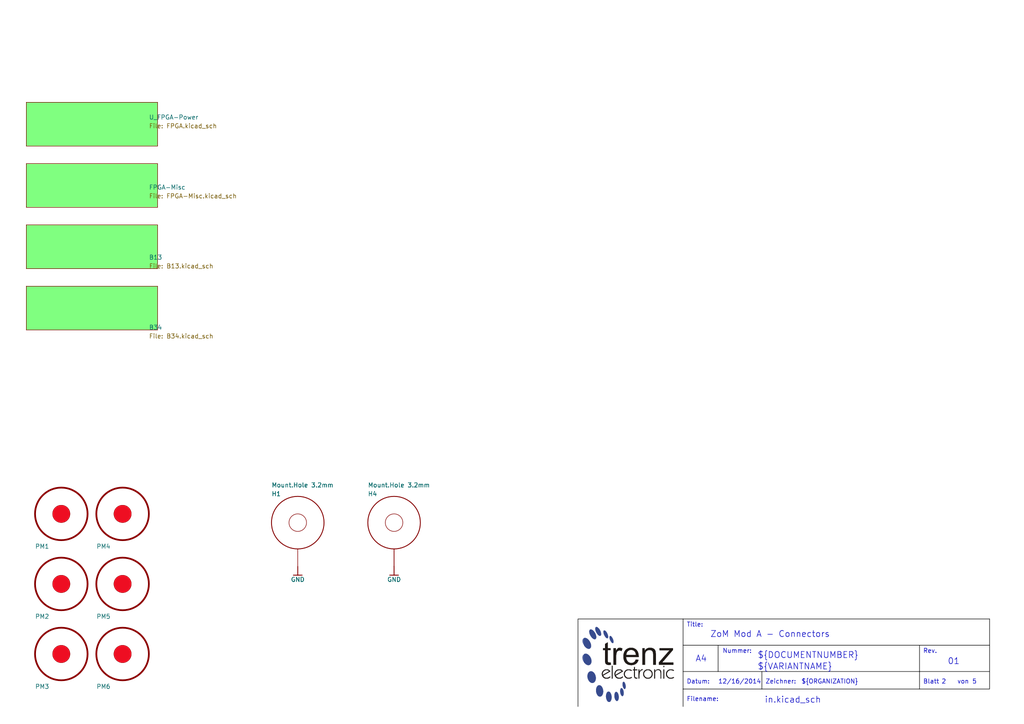
<source format=kicad_sch>
(kicad_sch (version 20230121) (generator eeschema)
  (paper "A4")
  (title_block (title "ZoM Mod A - Connectors") (date "12/16/2014") (rev "01"))
  (lib_symbols
    (symbol "TE0719-altium-import:GND" (power)
      (property "Reference" "#PWR" (at 0 0 0))
      (property "Value" "GND" (at 0 3.81 0))
      (symbol "GND_0_0"
        (polyline (pts (xy -1.27 -2.54) (xy 1.27 -2.54)) (stroke (width 0.254)))
        (polyline (pts (xy 0 0) (xy 0 -2.54)) (stroke (width 0.254)))
        (pin power_in line (at 0 0 0) (length 0) hide (name "GND") (number ""))
      )
    )
    (symbol "TE0719-altium-import:root_0_FIDU-DOT - small"
      (symbol "root_0_FIDU-DOT - small_1_0"
        (circle (center 0 0) (radius 2.54) (stroke (width 0.0001)) (fill (type color) (color 238 14 34 1)))
        (circle (center 0 0) (radius 7.62) (stroke (width 0.508)))
      )
    )
    (symbol "TE0719-altium-import:root_3_MHole"
      (symbol "root_3_MHole_1_0"
        (circle (center 0 0) (radius 2.54))
        (circle (center 0 0) (radius 7.62) (stroke (width 0.254)))
        (pin passive line (at 0 -12.7 90) (length 5.08) (name "1") (number "1"))
      )
    )
  )
  (polyline (pts (xy 287.02 187.1472) (xy 198.12 187.1472)) (stroke (width 0) (type solid) (color 0 0 0 1)))
  (polyline (pts (xy 208.28 187.1472) (xy 208.28 194.7672) (xy 198.12 194.7672)) (stroke (width 0) (type solid) (color 0 0 0 1)))
  (polyline (pts (xy 198.12 199.8472) (xy 198.12 204.9272)) (stroke (width 0) (type solid) (color 0 0 0 1)))
  (polyline (pts (xy 266.7 194.7672) (xy 266.7 199.8472)) (stroke (width 0) (type solid) (color 0 0 0 1)))
  (polyline (pts (xy 208.28 194.7672) (xy 287.02 194.7672)) (stroke (width 0) (type solid) (color 0 0 0 1)))
  (polyline (pts (xy 198.12 199.8472) (xy 198.12 179.5272) (xy 287.02 179.5272)) (stroke (width 0) (type solid) (color 0 0 0 1)))
  (polyline (pts (xy 220.98 194.7672) (xy 220.98 199.8472)) (stroke (width 0) (type solid) (color 0 0 0 1)))
  (polyline (pts (xy 167.64 204.9272) (xy 167.64 179.5272) (xy 198.12 179.5272)) (stroke (width 0) (type solid) (color 0 0 0 1)))
  (polyline (pts (xy 266.7 194.7672) (xy 266.7 187.1472)) (stroke (width 0) (type solid) (color 0 0 0 1)))
  (polyline (pts (xy 198.12 199.8472) (xy 287.02 199.8472) (xy 287.02 179.5272)) (stroke (width 0) (type solid) (color 0 0 0 1)))
  (image (at 182.245 192.7172) (scale 0.698446))
  (text "von" (at 277.622 198.5772 0) (effects (font (size 1.27 1.27)) (justify left bottom)))
  (text "${FILENAME}" (at 221.742 204.1652 0) (effects (font (size 1.778 1.778)) (justify left bottom)))
  (text "Datum:" (at 199.136 198.5772 0) (effects (font (size 1.27 1.27)) (justify left bottom)))
  (text "Filename:" (at 199.136 203.6572 0) (effects (font (size 1.27 1.27)) (justify left bottom)))
  (text "Nummer:" (at 209.55 189.6872 0) (effects (font (size 1.27 1.27)) (justify left bottom)))
  (text "${VARIANTNAME}" (at 219.71 194.5132 0) (effects (font (size 1.778 1.778)) (justify left bottom)))
  (text "${TITLE}" (at 205.994 185.1152 0) (effects (font (size 1.778 1.778)) (justify left bottom)))
  (text "${ISSUE_DATE}" (at 208.28 198.5772 0) (effects (font (size 1.27 1.27)) (justify left bottom)))
  (text "${#}" (at 273.05 198.5772 0) (effects (font (size 1.27 1.27)) (justify left bottom)))
  (text "${##}" (at 281.94 198.5772 0) (effects (font (size 1.27 1.27)) (justify left bottom)))
  (text "Zeichner:" (at 221.996 198.5772 0) (effects (font (size 1.27 1.27)) (justify left bottom)))
  (text "A4" (at 201.676 192.2272 0) (effects (font (size 1.778 1.778)) (justify left bottom)))
  (text "Rev." (at 267.716 189.6872 0) (effects (font (size 1.27 1.27)) (justify left bottom)))
  (text "${ORGANIZATION}" (at 232.41 198.5772 0) (effects (font (size 1.27 1.27)) (justify left bottom)))
  (text "Blatt" (at 267.716 198.5772 0) (effects (font (size 1.27 1.27)) (justify left bottom)))
  (text "${DOCUMENTNUMBER}" (at 219.71 191.2112 0) (effects (font (size 1.778 1.778)) (justify left bottom)))
  (text "Title:" (at 199.136 182.0672 0) (effects (font (size 1.27 1.27)) (justify left bottom)))
  (text "${REVISION}" (at 274.828 192.9892 0) (effects (font (size 1.778 1.778)) (justify left bottom)))
  (symbol (lib_id "TE0719-altium-import:root_0_FIDU-DOT - small") (at 17.78 149.0472 0) (unit 1)
    (property "Reference" "PM1" (at 10.16 159.2072 0) (effects (justify left bottom)))
    (property "Value" "FIDU-DOT - small" (effects hide))
    (property "Footprint" "FIDU-DOT - small" (effects hide))
    (property "AN" "22905" (effects hide))
    (property "MIXED" "FIDU" (effects hide))
  )
  (symbol (lib_id "TE0719-altium-import:root_0_FIDU-DOT - small") (at 17.78 189.6872 0) (unit 1)
    (property "Reference" "PM3" (at 10.16 199.8472 0) (effects (justify left bottom)))
    (property "Value" "FIDU-DOT - small" (effects hide))
    (property "Footprint" "FIDU-DOT - small" (effects hide))
    (property "AN" "22905" (effects hide))
    (property "MIXED" "FIDU" (effects hide))
  )
  (symbol (lib_id "TE0719-altium-import:GND") (at 114.3 164.2872 0) (unit 1)
    (property "Reference" "#PWR?" (effects hide))
    (property "Value" "GND" (at 114.3 168.0972 0))
  )
  (symbol (lib_id "TE0719-altium-import:GND") (at 86.36 164.2872 0) (unit 1)
    (property "Reference" "#PWR?" (effects hide))
    (property "Value" "GND" (at 86.36 168.0972 0))
  )
  (symbol (lib_id "TE0719-altium-import:root_3_MHole") (at 114.3 151.5872 0) (unit 1)
    (property "Reference" "H4" (at 106.68 143.9672 0) (effects (justify left bottom)))
    (property "Value" "Mount.Hole 3.2mm" (at 106.68 141.4272 0) (effects (justify left bottom)))
    (property "Footprint" "MHole3_2mm" (effects hide))
    (property "AN" "22898" (effects hide))
    (property "MIXED" "THT" (effects hide))
  )
  (symbol (lib_id "TE0719-altium-import:root_0_FIDU-DOT - small") (at 17.78 169.3672 0) (unit 1)
    (property "Reference" "PM2" (at 10.16 179.5272 0) (effects (justify left bottom)))
    (property "Value" "FIDU-DOT - small" (effects hide))
    (property "Footprint" "FIDU-DOT - small" (effects hide))
    (property "AN" "22905" (effects hide))
    (property "MIXED" "FIDU" (effects hide))
  )
  (symbol (lib_id "TE0719-altium-import:root_0_FIDU-DOT - small") (at 35.56 189.6872 0) (unit 1)
    (property "Reference" "PM6" (at 27.94 199.8472 0) (effects (justify left bottom)))
    (property "Value" "FIDU-DOT - small" (effects hide))
    (property "Footprint" "FIDU-DOT - small" (effects hide))
    (property "AN" "22905" (effects hide))
    (property "MIXED" "FIDU" (effects hide))
  )
  (symbol (lib_id "TE0719-altium-import:root_3_MHole") (at 86.36 151.5872 0) (unit 1)
    (property "Reference" "H1" (at 78.74 143.9672 0) (effects (justify left bottom)))
    (property "Value" "Mount.Hole 3.2mm" (at 78.74 141.4272 0) (effects (justify left bottom)))
    (property "Footprint" "MHole3_2mm" (effects hide))
    (property "AN" "22898" (effects hide))
    (property "MIXED" "THT" (effects hide))
  )
  (symbol (lib_id "TE0719-altium-import:root_0_FIDU-DOT - small") (at 35.56 169.3672 0) (unit 1)
    (property "Reference" "PM5" (at 27.94 179.5272 0) (effects (justify left bottom)))
    (property "Value" "FIDU-DOT - small" (effects hide))
    (property "Footprint" "FIDU-DOT - small" (effects hide))
    (property "AN" "22905" (effects hide))
    (property "MIXED" "FIDU" (effects hide))
  )
  (symbol (lib_id "TE0719-altium-import:root_0_FIDU-DOT - small") (at 35.56 149.0472 0) (unit 1)
    (property "Reference" "PM4" (at 27.94 159.2072 0) (effects (justify left bottom)))
    (property "Value" "FIDU-DOT - small" (effects hide))
    (property "Footprint" "FIDU-DOT - small" (effects hide))
    (property "AN" "22905" (effects hide))
    (property "MIXED" "FIDU" (effects hide))
  )
  (sheet (at 7.62 83.0072) (size 38.1 12.7) (stroke (width 0) (color 128 0 0 1)) (fill (color 128 255 128 1.0000))
    (property "Sheetname" "FPGA-Misc" (at 43.18 55.0672 0) (effects (justify left bottom)))
    (property "Sheetfile" "FPGA-Misc.kicad_sch" (at 43.18 57.6072 0) (effects (justify left bottom)))
  )
  (sheet (at 7.62 65.2272) (size 38.1 12.7) (stroke (width 0) (color 128 0 0 1)) (fill (color 128 255 128 1.0000))
    (property "Sheetname" "B13" (at 43.18 75.3872 0) (effects (justify left bottom)))
    (property "Sheetfile" "B13.kicad_sch" (at 43.18 77.9272 0) (effects (justify left bottom)))
  )
  (sheet (at 7.62 29.6672) (size 38.1 12.7) (stroke (width 0) (color 128 0 0 1)) (fill (color 128 255 128 1.0000))
    (property "Sheetname" "B34" (at 43.18 95.7072 0) (effects (justify left bottom)))
    (property "Sheetfile" "B34.kicad_sch" (at 43.18 98.2472 0) (effects (justify left bottom)))
  )
  (sheet (at 7.62 47.4472) (size 38.1 12.7) (stroke (width 0) (color 128 0 0 1)) (fill (color 128 255 128 1.0000))
    (property "Sheetname" "U_FPGA-Power" (at 43.18 34.7472 0) (effects (justify left bottom)))
    (property "Sheetfile" "FPGA.kicad_sch" (at 43.18 37.2872 0) (effects (justify left bottom)))
  )
)
</source>
